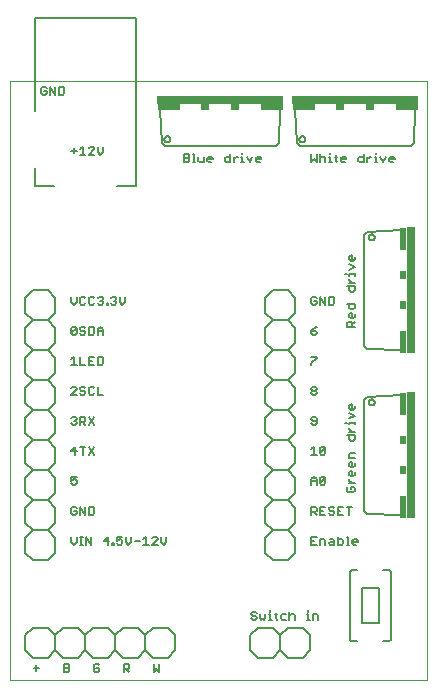
<source format=gto>
G75*
%MOIN*%
%OFA0B0*%
%FSLAX25Y25*%
%IPPOS*%
%LPD*%
%AMOC8*
5,1,8,0,0,1.08239X$1,22.5*
%
%ADD10C,0.00000*%
%ADD11C,0.00500*%
%ADD12C,0.00800*%
%ADD13C,0.00600*%
%ADD14R,0.42000X0.03000*%
%ADD15R,0.07500X0.02000*%
%ADD16R,0.03000X0.02000*%
%ADD17R,0.03000X0.42000*%
%ADD18R,0.02000X0.07500*%
%ADD19R,0.02000X0.03000*%
D10*
X0001000Y0001000D02*
X0001000Y0200961D01*
X0139701Y0200961D01*
X0139701Y0001000D01*
X0001000Y0001000D01*
D11*
X0008750Y0005101D02*
X0010552Y0005101D01*
X0009651Y0006002D02*
X0009651Y0004200D01*
X0018750Y0003750D02*
X0020101Y0003750D01*
X0020552Y0004200D01*
X0020552Y0004651D01*
X0020101Y0005101D01*
X0018750Y0005101D01*
X0018750Y0003750D02*
X0018750Y0006452D01*
X0020101Y0006452D01*
X0020552Y0006002D01*
X0020552Y0005552D01*
X0020101Y0005101D01*
X0028750Y0004200D02*
X0029200Y0003750D01*
X0030101Y0003750D01*
X0030552Y0004200D01*
X0030552Y0005101D01*
X0029651Y0005101D01*
X0030552Y0006002D02*
X0030101Y0006452D01*
X0029200Y0006452D01*
X0028750Y0006002D01*
X0028750Y0004200D01*
X0038750Y0003750D02*
X0038750Y0006452D01*
X0040101Y0006452D01*
X0040552Y0006002D01*
X0040552Y0005101D01*
X0040101Y0004651D01*
X0038750Y0004651D01*
X0039651Y0004651D02*
X0040552Y0003750D01*
X0048750Y0003750D02*
X0049651Y0004651D01*
X0050552Y0003750D01*
X0050552Y0006452D01*
X0048750Y0006452D02*
X0048750Y0003750D01*
X0048260Y0046250D02*
X0050061Y0048052D01*
X0050061Y0048502D01*
X0049611Y0048952D01*
X0048710Y0048952D01*
X0048260Y0048502D01*
X0048260Y0046250D02*
X0050061Y0046250D01*
X0051206Y0047151D02*
X0052107Y0046250D01*
X0053008Y0047151D01*
X0053008Y0048952D01*
X0051206Y0048952D02*
X0051206Y0047151D01*
X0047115Y0046250D02*
X0045313Y0046250D01*
X0046214Y0046250D02*
X0046214Y0048952D01*
X0045313Y0048052D01*
X0044168Y0047601D02*
X0042367Y0047601D01*
X0041222Y0047151D02*
X0041222Y0048952D01*
X0041222Y0047151D02*
X0040321Y0046250D01*
X0039420Y0047151D01*
X0039420Y0048952D01*
X0038275Y0048952D02*
X0036474Y0048952D01*
X0036474Y0047601D01*
X0037374Y0048052D01*
X0037825Y0048052D01*
X0038275Y0047601D01*
X0038275Y0046700D01*
X0037825Y0046250D01*
X0036924Y0046250D01*
X0036474Y0046700D01*
X0035451Y0046700D02*
X0035451Y0046250D01*
X0035000Y0046250D01*
X0035000Y0046700D01*
X0035451Y0046700D01*
X0033855Y0047601D02*
X0032054Y0047601D01*
X0033405Y0048952D01*
X0033405Y0046250D01*
X0027962Y0046250D02*
X0027962Y0048952D01*
X0026161Y0048952D02*
X0026161Y0046250D01*
X0025097Y0046250D02*
X0024197Y0046250D01*
X0024647Y0046250D02*
X0024647Y0048952D01*
X0024197Y0048952D02*
X0025097Y0048952D01*
X0026161Y0048952D02*
X0027962Y0046250D01*
X0023052Y0047151D02*
X0023052Y0048952D01*
X0023052Y0047151D02*
X0022151Y0046250D01*
X0021250Y0047151D01*
X0021250Y0048952D01*
X0021700Y0056250D02*
X0022601Y0056250D01*
X0023052Y0056700D01*
X0023052Y0057601D01*
X0022151Y0057601D01*
X0023052Y0058502D02*
X0022601Y0058952D01*
X0021700Y0058952D01*
X0021250Y0058502D01*
X0021250Y0056700D01*
X0021700Y0056250D01*
X0024197Y0056250D02*
X0024197Y0058952D01*
X0025998Y0056250D01*
X0025998Y0058952D01*
X0027143Y0058952D02*
X0027143Y0056250D01*
X0028494Y0056250D01*
X0028945Y0056700D01*
X0028945Y0058502D01*
X0028494Y0058952D01*
X0027143Y0058952D01*
X0022601Y0066250D02*
X0021700Y0066250D01*
X0021250Y0066700D01*
X0021250Y0067601D02*
X0022151Y0068052D01*
X0022601Y0068052D01*
X0023052Y0067601D01*
X0023052Y0066700D01*
X0022601Y0066250D01*
X0021250Y0067601D02*
X0021250Y0068952D01*
X0023052Y0068952D01*
X0022601Y0076250D02*
X0022601Y0078952D01*
X0021250Y0077601D01*
X0023052Y0077601D01*
X0024197Y0078952D02*
X0025998Y0078952D01*
X0025097Y0078952D02*
X0025097Y0076250D01*
X0027143Y0076250D02*
X0028945Y0078952D01*
X0027143Y0078952D02*
X0028945Y0076250D01*
X0028945Y0086250D02*
X0027143Y0088952D01*
X0025998Y0088502D02*
X0025998Y0087601D01*
X0025548Y0087151D01*
X0024197Y0087151D01*
X0025097Y0087151D02*
X0025998Y0086250D01*
X0027143Y0086250D02*
X0028945Y0088952D01*
X0025998Y0088502D02*
X0025548Y0088952D01*
X0024197Y0088952D01*
X0024197Y0086250D01*
X0023052Y0086700D02*
X0023052Y0087151D01*
X0022601Y0087601D01*
X0022151Y0087601D01*
X0022601Y0087601D02*
X0023052Y0088052D01*
X0023052Y0088502D01*
X0022601Y0088952D01*
X0021700Y0088952D01*
X0021250Y0088502D01*
X0021250Y0086700D02*
X0021700Y0086250D01*
X0022601Y0086250D01*
X0023052Y0086700D01*
X0023052Y0096250D02*
X0021250Y0096250D01*
X0023052Y0098052D01*
X0023052Y0098502D01*
X0022601Y0098952D01*
X0021700Y0098952D01*
X0021250Y0098502D01*
X0024197Y0098502D02*
X0024197Y0098052D01*
X0024647Y0097601D01*
X0025548Y0097601D01*
X0025998Y0097151D01*
X0025998Y0096700D01*
X0025548Y0096250D01*
X0024647Y0096250D01*
X0024197Y0096700D01*
X0024197Y0098502D02*
X0024647Y0098952D01*
X0025548Y0098952D01*
X0025998Y0098502D01*
X0027143Y0098502D02*
X0027143Y0096700D01*
X0027593Y0096250D01*
X0028494Y0096250D01*
X0028945Y0096700D01*
X0030090Y0096250D02*
X0030090Y0098952D01*
X0028945Y0098502D02*
X0028494Y0098952D01*
X0027593Y0098952D01*
X0027143Y0098502D01*
X0030090Y0096250D02*
X0031891Y0096250D01*
X0031441Y0106250D02*
X0030090Y0106250D01*
X0030090Y0108952D01*
X0031441Y0108952D01*
X0031891Y0108502D01*
X0031891Y0106700D01*
X0031441Y0106250D01*
X0028945Y0106250D02*
X0027143Y0106250D01*
X0027143Y0108952D01*
X0028945Y0108952D01*
X0028044Y0107601D02*
X0027143Y0107601D01*
X0025998Y0106250D02*
X0024197Y0106250D01*
X0024197Y0108952D01*
X0023052Y0106250D02*
X0021250Y0106250D01*
X0022151Y0106250D02*
X0022151Y0108952D01*
X0021250Y0108052D01*
X0021700Y0116250D02*
X0021250Y0116700D01*
X0023052Y0118502D01*
X0023052Y0116700D01*
X0022601Y0116250D01*
X0021700Y0116250D01*
X0021250Y0116700D02*
X0021250Y0118502D01*
X0021700Y0118952D01*
X0022601Y0118952D01*
X0023052Y0118502D01*
X0024197Y0118502D02*
X0024197Y0118052D01*
X0024647Y0117601D01*
X0025548Y0117601D01*
X0025998Y0117151D01*
X0025998Y0116700D01*
X0025548Y0116250D01*
X0024647Y0116250D01*
X0024197Y0116700D01*
X0024197Y0118502D02*
X0024647Y0118952D01*
X0025548Y0118952D01*
X0025998Y0118502D01*
X0027143Y0118952D02*
X0027143Y0116250D01*
X0028494Y0116250D01*
X0028945Y0116700D01*
X0028945Y0118502D01*
X0028494Y0118952D01*
X0027143Y0118952D01*
X0030090Y0118052D02*
X0030990Y0118952D01*
X0031891Y0118052D01*
X0031891Y0116250D01*
X0031891Y0117601D02*
X0030090Y0117601D01*
X0030090Y0118052D02*
X0030090Y0116250D01*
X0030540Y0126250D02*
X0030090Y0126700D01*
X0030540Y0126250D02*
X0031441Y0126250D01*
X0031891Y0126700D01*
X0031891Y0127151D01*
X0031441Y0127601D01*
X0030990Y0127601D01*
X0031441Y0127601D02*
X0031891Y0128052D01*
X0031891Y0128502D01*
X0031441Y0128952D01*
X0030540Y0128952D01*
X0030090Y0128502D01*
X0028945Y0128502D02*
X0028494Y0128952D01*
X0027593Y0128952D01*
X0027143Y0128502D01*
X0027143Y0126700D01*
X0027593Y0126250D01*
X0028494Y0126250D01*
X0028945Y0126700D01*
X0025998Y0126700D02*
X0025548Y0126250D01*
X0024647Y0126250D01*
X0024197Y0126700D01*
X0024197Y0128502D01*
X0024647Y0128952D01*
X0025548Y0128952D01*
X0025998Y0128502D01*
X0023052Y0128952D02*
X0023052Y0127151D01*
X0022151Y0126250D01*
X0021250Y0127151D01*
X0021250Y0128952D01*
X0033036Y0126700D02*
X0033486Y0126700D01*
X0033486Y0126250D01*
X0033036Y0126250D01*
X0033036Y0126700D01*
X0034509Y0126700D02*
X0034960Y0126250D01*
X0035860Y0126250D01*
X0036311Y0126700D01*
X0036311Y0127151D01*
X0035860Y0127601D01*
X0035410Y0127601D01*
X0035860Y0127601D02*
X0036311Y0128052D01*
X0036311Y0128502D01*
X0035860Y0128952D01*
X0034960Y0128952D01*
X0034509Y0128502D01*
X0037456Y0128952D02*
X0037456Y0127151D01*
X0038357Y0126250D01*
X0039257Y0127151D01*
X0039257Y0128952D01*
X0058750Y0173750D02*
X0060101Y0173750D01*
X0060552Y0174200D01*
X0060552Y0174651D01*
X0060101Y0175101D01*
X0058750Y0175101D01*
X0058750Y0173750D02*
X0058750Y0176452D01*
X0060101Y0176452D01*
X0060552Y0176002D01*
X0060552Y0175552D01*
X0060101Y0175101D01*
X0061697Y0173750D02*
X0062597Y0173750D01*
X0062147Y0173750D02*
X0062147Y0176452D01*
X0061697Y0176452D01*
X0063661Y0175552D02*
X0063661Y0174200D01*
X0064111Y0173750D01*
X0065462Y0173750D01*
X0065462Y0175552D01*
X0066607Y0175101D02*
X0066607Y0174200D01*
X0067058Y0173750D01*
X0067959Y0173750D01*
X0068409Y0174651D02*
X0066607Y0174651D01*
X0066607Y0175101D02*
X0067058Y0175552D01*
X0067959Y0175552D01*
X0068409Y0175101D01*
X0068409Y0174651D01*
X0072500Y0174200D02*
X0072500Y0175101D01*
X0072951Y0175552D01*
X0074302Y0175552D01*
X0074302Y0176452D02*
X0074302Y0173750D01*
X0072951Y0173750D01*
X0072500Y0174200D01*
X0075447Y0173750D02*
X0075447Y0175552D01*
X0075447Y0174651D02*
X0076348Y0175552D01*
X0076798Y0175552D01*
X0077902Y0175552D02*
X0078353Y0175552D01*
X0078353Y0173750D01*
X0078803Y0173750D02*
X0077902Y0173750D01*
X0079867Y0175552D02*
X0080767Y0173750D01*
X0081668Y0175552D01*
X0082813Y0175101D02*
X0082813Y0174200D01*
X0083264Y0173750D01*
X0084164Y0173750D01*
X0084615Y0174651D02*
X0082813Y0174651D01*
X0082813Y0175101D02*
X0083264Y0175552D01*
X0084164Y0175552D01*
X0084615Y0175101D01*
X0084615Y0174651D01*
X0078353Y0176452D02*
X0078353Y0176903D01*
X0101250Y0176452D02*
X0101250Y0173750D01*
X0102151Y0174651D01*
X0103052Y0173750D01*
X0103052Y0176452D01*
X0104197Y0176452D02*
X0104197Y0173750D01*
X0104197Y0175101D02*
X0104647Y0175552D01*
X0105548Y0175552D01*
X0105998Y0175101D01*
X0105998Y0173750D01*
X0107143Y0173750D02*
X0108044Y0173750D01*
X0107593Y0173750D02*
X0107593Y0175552D01*
X0107143Y0175552D01*
X0107593Y0176452D02*
X0107593Y0176903D01*
X0109107Y0175552D02*
X0110008Y0175552D01*
X0109558Y0176002D02*
X0109558Y0174200D01*
X0110008Y0173750D01*
X0111072Y0174200D02*
X0111072Y0175101D01*
X0111522Y0175552D01*
X0112423Y0175552D01*
X0112873Y0175101D01*
X0112873Y0174651D01*
X0111072Y0174651D01*
X0111072Y0174200D02*
X0111522Y0173750D01*
X0112423Y0173750D01*
X0116965Y0174200D02*
X0116965Y0175101D01*
X0117415Y0175552D01*
X0118766Y0175552D01*
X0118766Y0176452D02*
X0118766Y0173750D01*
X0117415Y0173750D01*
X0116965Y0174200D01*
X0119911Y0173750D02*
X0119911Y0175552D01*
X0120812Y0175552D02*
X0121262Y0175552D01*
X0120812Y0175552D02*
X0119911Y0174651D01*
X0122367Y0175552D02*
X0122817Y0175552D01*
X0122817Y0173750D01*
X0122367Y0173750D02*
X0123267Y0173750D01*
X0125232Y0173750D02*
X0124331Y0175552D01*
X0122817Y0176452D02*
X0122817Y0176903D01*
X0126133Y0175552D02*
X0125232Y0173750D01*
X0127278Y0174200D02*
X0127278Y0175101D01*
X0127728Y0175552D01*
X0128629Y0175552D01*
X0129079Y0175101D01*
X0129079Y0174651D01*
X0127278Y0174651D01*
X0127278Y0174200D02*
X0127728Y0173750D01*
X0128629Y0173750D01*
X0114849Y0142650D02*
X0114849Y0140849D01*
X0114399Y0140849D02*
X0113948Y0141299D01*
X0113948Y0142200D01*
X0114399Y0142650D01*
X0114849Y0142650D01*
X0115750Y0142200D02*
X0115750Y0141299D01*
X0115300Y0140849D01*
X0114399Y0140849D01*
X0113948Y0139704D02*
X0115750Y0138803D01*
X0113948Y0137902D01*
X0113948Y0136388D02*
X0115750Y0136388D01*
X0115750Y0135938D02*
X0115750Y0136839D01*
X0113948Y0136388D02*
X0113948Y0135938D01*
X0113048Y0136388D02*
X0112597Y0136388D01*
X0113948Y0134834D02*
X0113948Y0134383D01*
X0114849Y0133483D01*
X0115750Y0133483D02*
X0113948Y0133483D01*
X0113948Y0132338D02*
X0113948Y0130986D01*
X0114399Y0130536D01*
X0115300Y0130536D01*
X0115750Y0130986D01*
X0115750Y0132338D01*
X0113048Y0132338D01*
X0108945Y0128502D02*
X0108945Y0126700D01*
X0108494Y0126250D01*
X0107143Y0126250D01*
X0107143Y0128952D01*
X0108494Y0128952D01*
X0108945Y0128502D01*
X0105998Y0128952D02*
X0105998Y0126250D01*
X0104197Y0128952D01*
X0104197Y0126250D01*
X0103052Y0126700D02*
X0103052Y0127601D01*
X0102151Y0127601D01*
X0103052Y0126700D02*
X0102601Y0126250D01*
X0101700Y0126250D01*
X0101250Y0126700D01*
X0101250Y0128502D01*
X0101700Y0128952D01*
X0102601Y0128952D01*
X0103052Y0128502D01*
X0103052Y0118952D02*
X0102151Y0118502D01*
X0101250Y0117601D01*
X0102601Y0117601D01*
X0103052Y0117151D01*
X0103052Y0116700D01*
X0102601Y0116250D01*
X0101700Y0116250D01*
X0101250Y0116700D01*
X0101250Y0117601D01*
X0101250Y0108952D02*
X0103052Y0108952D01*
X0103052Y0108502D01*
X0101250Y0106700D01*
X0101250Y0106250D01*
X0101700Y0098952D02*
X0101250Y0098502D01*
X0101250Y0098052D01*
X0101700Y0097601D01*
X0102601Y0097601D01*
X0103052Y0097151D01*
X0103052Y0096700D01*
X0102601Y0096250D01*
X0101700Y0096250D01*
X0101250Y0096700D01*
X0101250Y0097151D01*
X0101700Y0097601D01*
X0102601Y0097601D02*
X0103052Y0098052D01*
X0103052Y0098502D01*
X0102601Y0098952D01*
X0101700Y0098952D01*
X0101700Y0088952D02*
X0101250Y0088502D01*
X0101250Y0088052D01*
X0101700Y0087601D01*
X0103052Y0087601D01*
X0103052Y0086700D02*
X0103052Y0088502D01*
X0102601Y0088952D01*
X0101700Y0088952D01*
X0101250Y0086700D02*
X0101700Y0086250D01*
X0102601Y0086250D01*
X0103052Y0086700D01*
X0102151Y0078952D02*
X0102151Y0076250D01*
X0101250Y0076250D02*
X0103052Y0076250D01*
X0104197Y0076700D02*
X0105998Y0078502D01*
X0105998Y0076700D01*
X0105548Y0076250D01*
X0104647Y0076250D01*
X0104197Y0076700D01*
X0104197Y0078502D01*
X0104647Y0078952D01*
X0105548Y0078952D01*
X0105998Y0078502D01*
X0102151Y0078952D02*
X0101250Y0078052D01*
X0102151Y0068952D02*
X0101250Y0068052D01*
X0101250Y0066250D01*
X0101250Y0067601D02*
X0103052Y0067601D01*
X0103052Y0068052D02*
X0103052Y0066250D01*
X0104197Y0066700D02*
X0105998Y0068502D01*
X0105998Y0066700D01*
X0105548Y0066250D01*
X0104647Y0066250D01*
X0104197Y0066700D01*
X0104197Y0068502D01*
X0104647Y0068952D01*
X0105548Y0068952D01*
X0105998Y0068502D01*
X0103052Y0068052D02*
X0102151Y0068952D01*
X0102601Y0058952D02*
X0101250Y0058952D01*
X0101250Y0056250D01*
X0101250Y0057151D02*
X0102601Y0057151D01*
X0103052Y0057601D01*
X0103052Y0058502D01*
X0102601Y0058952D01*
X0104197Y0058952D02*
X0104197Y0056250D01*
X0105998Y0056250D01*
X0107143Y0056700D02*
X0107593Y0056250D01*
X0108494Y0056250D01*
X0108945Y0056700D01*
X0108945Y0057151D01*
X0108494Y0057601D01*
X0107593Y0057601D01*
X0107143Y0058052D01*
X0107143Y0058502D01*
X0107593Y0058952D01*
X0108494Y0058952D01*
X0108945Y0058502D01*
X0110090Y0058952D02*
X0110090Y0056250D01*
X0111891Y0056250D01*
X0110990Y0057601D02*
X0110090Y0057601D01*
X0110090Y0058952D02*
X0111891Y0058952D01*
X0113036Y0058952D02*
X0114838Y0058952D01*
X0113937Y0058952D02*
X0113937Y0056250D01*
X0113498Y0063750D02*
X0115300Y0063750D01*
X0115750Y0064200D01*
X0115750Y0065101D01*
X0115300Y0065552D01*
X0114399Y0065552D01*
X0114399Y0064651D01*
X0113498Y0065552D02*
X0113048Y0065101D01*
X0113048Y0064200D01*
X0113498Y0063750D01*
X0113948Y0066697D02*
X0115750Y0066697D01*
X0114849Y0066697D02*
X0113948Y0067597D01*
X0113948Y0068048D01*
X0114399Y0069152D02*
X0113948Y0069602D01*
X0113948Y0070503D01*
X0114399Y0070953D01*
X0114849Y0070953D01*
X0114849Y0069152D01*
X0114399Y0069152D02*
X0115300Y0069152D01*
X0115750Y0069602D01*
X0115750Y0070503D01*
X0115300Y0072098D02*
X0114399Y0072098D01*
X0113948Y0072549D01*
X0113948Y0073450D01*
X0114399Y0073900D01*
X0114849Y0073900D01*
X0114849Y0072098D01*
X0115300Y0072098D02*
X0115750Y0072549D01*
X0115750Y0073450D01*
X0115750Y0075045D02*
X0113948Y0075045D01*
X0113948Y0076396D01*
X0114399Y0076847D01*
X0115750Y0076847D01*
X0115300Y0080938D02*
X0114399Y0080938D01*
X0113948Y0081388D01*
X0113948Y0082740D01*
X0113048Y0082740D02*
X0115750Y0082740D01*
X0115750Y0081388D01*
X0115300Y0080938D01*
X0115750Y0083885D02*
X0113948Y0083885D01*
X0113948Y0084785D02*
X0113948Y0085236D01*
X0113948Y0084785D02*
X0114849Y0083885D01*
X0113948Y0086340D02*
X0113948Y0086790D01*
X0115750Y0086790D01*
X0115750Y0086340D02*
X0115750Y0087241D01*
X0115750Y0089205D02*
X0113948Y0090106D01*
X0114399Y0091251D02*
X0113948Y0091701D01*
X0113948Y0092602D01*
X0114399Y0093052D01*
X0114849Y0093052D01*
X0114849Y0091251D01*
X0114399Y0091251D02*
X0115300Y0091251D01*
X0115750Y0091701D01*
X0115750Y0092602D01*
X0115750Y0089205D02*
X0113948Y0088304D01*
X0113048Y0086790D02*
X0112597Y0086790D01*
X0105998Y0058952D02*
X0104197Y0058952D01*
X0104197Y0057601D02*
X0105097Y0057601D01*
X0103052Y0056250D02*
X0102151Y0057151D01*
X0103052Y0048952D02*
X0101250Y0048952D01*
X0101250Y0046250D01*
X0103052Y0046250D01*
X0104197Y0046250D02*
X0104197Y0048052D01*
X0105548Y0048052D01*
X0105998Y0047601D01*
X0105998Y0046250D01*
X0107143Y0046700D02*
X0107593Y0047151D01*
X0108945Y0047151D01*
X0108945Y0047601D02*
X0108945Y0046250D01*
X0107593Y0046250D01*
X0107143Y0046700D01*
X0107593Y0048052D02*
X0108494Y0048052D01*
X0108945Y0047601D01*
X0110090Y0048052D02*
X0111441Y0048052D01*
X0111891Y0047601D01*
X0111891Y0046700D01*
X0111441Y0046250D01*
X0110090Y0046250D01*
X0110090Y0048952D01*
X0113036Y0048952D02*
X0113486Y0048952D01*
X0113486Y0046250D01*
X0113036Y0046250D02*
X0113937Y0046250D01*
X0115000Y0046700D02*
X0115000Y0047601D01*
X0115451Y0048052D01*
X0116352Y0048052D01*
X0116802Y0047601D01*
X0116802Y0047151D01*
X0115000Y0047151D01*
X0115000Y0046700D02*
X0115451Y0046250D01*
X0116352Y0046250D01*
X0102151Y0047601D02*
X0101250Y0047601D01*
X0100362Y0024403D02*
X0100362Y0023952D01*
X0100362Y0023052D02*
X0100362Y0021250D01*
X0100812Y0021250D02*
X0099911Y0021250D01*
X0099911Y0023052D02*
X0100362Y0023052D01*
X0101876Y0023052D02*
X0101876Y0021250D01*
X0103677Y0021250D02*
X0103677Y0022601D01*
X0103227Y0023052D01*
X0101876Y0023052D01*
X0095820Y0022601D02*
X0095820Y0021250D01*
X0095820Y0022601D02*
X0095369Y0023052D01*
X0094469Y0023052D01*
X0094018Y0022601D01*
X0092873Y0023052D02*
X0091522Y0023052D01*
X0091072Y0022601D01*
X0091072Y0021700D01*
X0091522Y0021250D01*
X0092873Y0021250D01*
X0094018Y0021250D02*
X0094018Y0023952D01*
X0090008Y0023052D02*
X0089107Y0023052D01*
X0089558Y0023502D02*
X0089558Y0021700D01*
X0090008Y0021250D01*
X0088044Y0021250D02*
X0087143Y0021250D01*
X0087593Y0021250D02*
X0087593Y0023052D01*
X0087143Y0023052D01*
X0087593Y0023952D02*
X0087593Y0024403D01*
X0085998Y0023052D02*
X0085998Y0021700D01*
X0085548Y0021250D01*
X0085097Y0021700D01*
X0084647Y0021250D01*
X0084197Y0021700D01*
X0084197Y0023052D01*
X0083052Y0023502D02*
X0082601Y0023952D01*
X0081700Y0023952D01*
X0081250Y0023502D01*
X0081250Y0023052D01*
X0081700Y0022601D01*
X0082601Y0022601D01*
X0083052Y0022151D01*
X0083052Y0021700D01*
X0082601Y0021250D01*
X0081700Y0021250D01*
X0081250Y0021700D01*
X0113048Y0118750D02*
X0113048Y0120101D01*
X0113498Y0120552D01*
X0114399Y0120552D01*
X0114849Y0120101D01*
X0114849Y0118750D01*
X0114849Y0119651D02*
X0115750Y0120552D01*
X0115300Y0121697D02*
X0114399Y0121697D01*
X0113948Y0122147D01*
X0113948Y0123048D01*
X0114399Y0123498D01*
X0114849Y0123498D01*
X0114849Y0121697D01*
X0115300Y0121697D02*
X0115750Y0122147D01*
X0115750Y0123048D01*
X0115300Y0124643D02*
X0115750Y0125093D01*
X0115750Y0126445D01*
X0113048Y0126445D01*
X0113948Y0126445D02*
X0113948Y0125093D01*
X0114399Y0124643D01*
X0115300Y0124643D01*
X0115750Y0118750D02*
X0113048Y0118750D01*
X0031891Y0177151D02*
X0031891Y0178952D01*
X0031891Y0177151D02*
X0030990Y0176250D01*
X0030090Y0177151D01*
X0030090Y0178952D01*
X0028945Y0178502D02*
X0028494Y0178952D01*
X0027593Y0178952D01*
X0027143Y0178502D01*
X0028945Y0178502D02*
X0028945Y0178052D01*
X0027143Y0176250D01*
X0028945Y0176250D01*
X0025998Y0176250D02*
X0024197Y0176250D01*
X0025097Y0176250D02*
X0025097Y0178952D01*
X0024197Y0178052D01*
X0023052Y0177601D02*
X0021250Y0177601D01*
X0022151Y0178502D02*
X0022151Y0176700D01*
X0018494Y0196250D02*
X0017143Y0196250D01*
X0017143Y0198952D01*
X0018494Y0198952D01*
X0018945Y0198502D01*
X0018945Y0196700D01*
X0018494Y0196250D01*
X0015998Y0196250D02*
X0015998Y0198952D01*
X0014197Y0198952D02*
X0015998Y0196250D01*
X0014197Y0196250D02*
X0014197Y0198952D01*
X0013052Y0198502D02*
X0012601Y0198952D01*
X0011700Y0198952D01*
X0011250Y0198502D01*
X0011250Y0196700D01*
X0011700Y0196250D01*
X0012601Y0196250D01*
X0013052Y0196700D01*
X0013052Y0197601D01*
X0012151Y0197601D01*
D12*
X0009071Y0190646D02*
X0009071Y0221945D01*
X0042929Y0221945D01*
X0042929Y0165646D01*
X0036630Y0165646D01*
X0015370Y0165646D02*
X0009071Y0165646D01*
X0009071Y0171945D01*
X0114110Y0036827D02*
X0114110Y0015173D01*
X0114112Y0015111D01*
X0114118Y0015050D01*
X0114127Y0014989D01*
X0114141Y0014928D01*
X0114158Y0014869D01*
X0114179Y0014811D01*
X0114204Y0014754D01*
X0114232Y0014699D01*
X0114263Y0014646D01*
X0114298Y0014595D01*
X0114336Y0014546D01*
X0114377Y0014499D01*
X0114420Y0014456D01*
X0114467Y0014415D01*
X0114516Y0014377D01*
X0114567Y0014342D01*
X0114620Y0014311D01*
X0114675Y0014283D01*
X0114732Y0014258D01*
X0114790Y0014237D01*
X0114849Y0014220D01*
X0114910Y0014206D01*
X0114971Y0014197D01*
X0115032Y0014191D01*
X0115094Y0014189D01*
X0116669Y0014189D01*
X0118047Y0020094D02*
X0123953Y0020094D01*
X0123953Y0031906D01*
X0118047Y0031906D01*
X0118047Y0020094D01*
X0125331Y0014189D02*
X0126906Y0014189D01*
X0126968Y0014191D01*
X0127029Y0014197D01*
X0127090Y0014206D01*
X0127151Y0014220D01*
X0127210Y0014237D01*
X0127268Y0014258D01*
X0127325Y0014283D01*
X0127380Y0014311D01*
X0127433Y0014342D01*
X0127484Y0014377D01*
X0127533Y0014415D01*
X0127580Y0014456D01*
X0127623Y0014499D01*
X0127664Y0014546D01*
X0127702Y0014595D01*
X0127737Y0014646D01*
X0127768Y0014699D01*
X0127796Y0014754D01*
X0127821Y0014811D01*
X0127842Y0014869D01*
X0127859Y0014928D01*
X0127873Y0014989D01*
X0127882Y0015050D01*
X0127888Y0015111D01*
X0127890Y0015173D01*
X0127890Y0036827D01*
X0127888Y0036889D01*
X0127882Y0036950D01*
X0127873Y0037011D01*
X0127859Y0037072D01*
X0127842Y0037131D01*
X0127821Y0037189D01*
X0127796Y0037246D01*
X0127768Y0037301D01*
X0127737Y0037354D01*
X0127702Y0037405D01*
X0127664Y0037454D01*
X0127623Y0037501D01*
X0127580Y0037544D01*
X0127533Y0037585D01*
X0127484Y0037623D01*
X0127433Y0037658D01*
X0127380Y0037689D01*
X0127325Y0037717D01*
X0127268Y0037742D01*
X0127210Y0037763D01*
X0127151Y0037780D01*
X0127090Y0037794D01*
X0127029Y0037803D01*
X0126968Y0037809D01*
X0126906Y0037811D01*
X0125331Y0037811D01*
X0116669Y0037811D02*
X0115094Y0037811D01*
X0115032Y0037809D01*
X0114971Y0037803D01*
X0114910Y0037794D01*
X0114849Y0037780D01*
X0114790Y0037763D01*
X0114732Y0037742D01*
X0114675Y0037717D01*
X0114620Y0037689D01*
X0114567Y0037658D01*
X0114516Y0037623D01*
X0114467Y0037585D01*
X0114420Y0037544D01*
X0114377Y0037501D01*
X0114336Y0037454D01*
X0114298Y0037405D01*
X0114263Y0037354D01*
X0114232Y0037301D01*
X0114204Y0037246D01*
X0114179Y0037189D01*
X0114158Y0037131D01*
X0114141Y0037072D01*
X0114127Y0037011D01*
X0114118Y0036950D01*
X0114112Y0036889D01*
X0114110Y0036827D01*
D13*
X0120000Y0056500D02*
X0119000Y0057500D01*
X0119000Y0094500D01*
X0120000Y0095500D01*
X0131500Y0096000D01*
X0120400Y0093700D02*
X0120402Y0093763D01*
X0120408Y0093825D01*
X0120418Y0093887D01*
X0120431Y0093949D01*
X0120449Y0094009D01*
X0120470Y0094068D01*
X0120495Y0094126D01*
X0120524Y0094182D01*
X0120556Y0094236D01*
X0120591Y0094288D01*
X0120629Y0094337D01*
X0120671Y0094385D01*
X0120715Y0094429D01*
X0120763Y0094471D01*
X0120812Y0094509D01*
X0120864Y0094544D01*
X0120918Y0094576D01*
X0120974Y0094605D01*
X0121032Y0094630D01*
X0121091Y0094651D01*
X0121151Y0094669D01*
X0121213Y0094682D01*
X0121275Y0094692D01*
X0121337Y0094698D01*
X0121400Y0094700D01*
X0121463Y0094698D01*
X0121525Y0094692D01*
X0121587Y0094682D01*
X0121649Y0094669D01*
X0121709Y0094651D01*
X0121768Y0094630D01*
X0121826Y0094605D01*
X0121882Y0094576D01*
X0121936Y0094544D01*
X0121988Y0094509D01*
X0122037Y0094471D01*
X0122085Y0094429D01*
X0122129Y0094385D01*
X0122171Y0094337D01*
X0122209Y0094288D01*
X0122244Y0094236D01*
X0122276Y0094182D01*
X0122305Y0094126D01*
X0122330Y0094068D01*
X0122351Y0094009D01*
X0122369Y0093949D01*
X0122382Y0093887D01*
X0122392Y0093825D01*
X0122398Y0093763D01*
X0122400Y0093700D01*
X0122398Y0093637D01*
X0122392Y0093575D01*
X0122382Y0093513D01*
X0122369Y0093451D01*
X0122351Y0093391D01*
X0122330Y0093332D01*
X0122305Y0093274D01*
X0122276Y0093218D01*
X0122244Y0093164D01*
X0122209Y0093112D01*
X0122171Y0093063D01*
X0122129Y0093015D01*
X0122085Y0092971D01*
X0122037Y0092929D01*
X0121988Y0092891D01*
X0121936Y0092856D01*
X0121882Y0092824D01*
X0121826Y0092795D01*
X0121768Y0092770D01*
X0121709Y0092749D01*
X0121649Y0092731D01*
X0121587Y0092718D01*
X0121525Y0092708D01*
X0121463Y0092702D01*
X0121400Y0092700D01*
X0121337Y0092702D01*
X0121275Y0092708D01*
X0121213Y0092718D01*
X0121151Y0092731D01*
X0121091Y0092749D01*
X0121032Y0092770D01*
X0120974Y0092795D01*
X0120918Y0092824D01*
X0120864Y0092856D01*
X0120812Y0092891D01*
X0120763Y0092929D01*
X0120715Y0092971D01*
X0120671Y0093015D01*
X0120629Y0093063D01*
X0120591Y0093112D01*
X0120556Y0093164D01*
X0120524Y0093218D01*
X0120495Y0093274D01*
X0120470Y0093332D01*
X0120449Y0093391D01*
X0120431Y0093451D01*
X0120418Y0093513D01*
X0120408Y0093575D01*
X0120402Y0093637D01*
X0120400Y0093700D01*
X0120000Y0111500D02*
X0119000Y0112500D01*
X0119000Y0149500D01*
X0120000Y0150500D01*
X0131500Y0151000D01*
X0120400Y0148700D02*
X0120402Y0148763D01*
X0120408Y0148825D01*
X0120418Y0148887D01*
X0120431Y0148949D01*
X0120449Y0149009D01*
X0120470Y0149068D01*
X0120495Y0149126D01*
X0120524Y0149182D01*
X0120556Y0149236D01*
X0120591Y0149288D01*
X0120629Y0149337D01*
X0120671Y0149385D01*
X0120715Y0149429D01*
X0120763Y0149471D01*
X0120812Y0149509D01*
X0120864Y0149544D01*
X0120918Y0149576D01*
X0120974Y0149605D01*
X0121032Y0149630D01*
X0121091Y0149651D01*
X0121151Y0149669D01*
X0121213Y0149682D01*
X0121275Y0149692D01*
X0121337Y0149698D01*
X0121400Y0149700D01*
X0121463Y0149698D01*
X0121525Y0149692D01*
X0121587Y0149682D01*
X0121649Y0149669D01*
X0121709Y0149651D01*
X0121768Y0149630D01*
X0121826Y0149605D01*
X0121882Y0149576D01*
X0121936Y0149544D01*
X0121988Y0149509D01*
X0122037Y0149471D01*
X0122085Y0149429D01*
X0122129Y0149385D01*
X0122171Y0149337D01*
X0122209Y0149288D01*
X0122244Y0149236D01*
X0122276Y0149182D01*
X0122305Y0149126D01*
X0122330Y0149068D01*
X0122351Y0149009D01*
X0122369Y0148949D01*
X0122382Y0148887D01*
X0122392Y0148825D01*
X0122398Y0148763D01*
X0122400Y0148700D01*
X0122398Y0148637D01*
X0122392Y0148575D01*
X0122382Y0148513D01*
X0122369Y0148451D01*
X0122351Y0148391D01*
X0122330Y0148332D01*
X0122305Y0148274D01*
X0122276Y0148218D01*
X0122244Y0148164D01*
X0122209Y0148112D01*
X0122171Y0148063D01*
X0122129Y0148015D01*
X0122085Y0147971D01*
X0122037Y0147929D01*
X0121988Y0147891D01*
X0121936Y0147856D01*
X0121882Y0147824D01*
X0121826Y0147795D01*
X0121768Y0147770D01*
X0121709Y0147749D01*
X0121649Y0147731D01*
X0121587Y0147718D01*
X0121525Y0147708D01*
X0121463Y0147702D01*
X0121400Y0147700D01*
X0121337Y0147702D01*
X0121275Y0147708D01*
X0121213Y0147718D01*
X0121151Y0147731D01*
X0121091Y0147749D01*
X0121032Y0147770D01*
X0120974Y0147795D01*
X0120918Y0147824D01*
X0120864Y0147856D01*
X0120812Y0147891D01*
X0120763Y0147929D01*
X0120715Y0147971D01*
X0120671Y0148015D01*
X0120629Y0148063D01*
X0120591Y0148112D01*
X0120556Y0148164D01*
X0120524Y0148218D01*
X0120495Y0148274D01*
X0120470Y0148332D01*
X0120449Y0148391D01*
X0120431Y0148451D01*
X0120418Y0148513D01*
X0120408Y0148575D01*
X0120402Y0148637D01*
X0120400Y0148700D01*
X0134500Y0179000D02*
X0097500Y0179000D01*
X0096500Y0180000D01*
X0096000Y0191500D01*
X0091000Y0191500D02*
X0090500Y0180000D01*
X0089500Y0179000D01*
X0052500Y0179000D01*
X0051500Y0180000D01*
X0051000Y0191500D01*
X0052300Y0181400D02*
X0052302Y0181463D01*
X0052308Y0181525D01*
X0052318Y0181587D01*
X0052331Y0181649D01*
X0052349Y0181709D01*
X0052370Y0181768D01*
X0052395Y0181826D01*
X0052424Y0181882D01*
X0052456Y0181936D01*
X0052491Y0181988D01*
X0052529Y0182037D01*
X0052571Y0182085D01*
X0052615Y0182129D01*
X0052663Y0182171D01*
X0052712Y0182209D01*
X0052764Y0182244D01*
X0052818Y0182276D01*
X0052874Y0182305D01*
X0052932Y0182330D01*
X0052991Y0182351D01*
X0053051Y0182369D01*
X0053113Y0182382D01*
X0053175Y0182392D01*
X0053237Y0182398D01*
X0053300Y0182400D01*
X0053363Y0182398D01*
X0053425Y0182392D01*
X0053487Y0182382D01*
X0053549Y0182369D01*
X0053609Y0182351D01*
X0053668Y0182330D01*
X0053726Y0182305D01*
X0053782Y0182276D01*
X0053836Y0182244D01*
X0053888Y0182209D01*
X0053937Y0182171D01*
X0053985Y0182129D01*
X0054029Y0182085D01*
X0054071Y0182037D01*
X0054109Y0181988D01*
X0054144Y0181936D01*
X0054176Y0181882D01*
X0054205Y0181826D01*
X0054230Y0181768D01*
X0054251Y0181709D01*
X0054269Y0181649D01*
X0054282Y0181587D01*
X0054292Y0181525D01*
X0054298Y0181463D01*
X0054300Y0181400D01*
X0054298Y0181337D01*
X0054292Y0181275D01*
X0054282Y0181213D01*
X0054269Y0181151D01*
X0054251Y0181091D01*
X0054230Y0181032D01*
X0054205Y0180974D01*
X0054176Y0180918D01*
X0054144Y0180864D01*
X0054109Y0180812D01*
X0054071Y0180763D01*
X0054029Y0180715D01*
X0053985Y0180671D01*
X0053937Y0180629D01*
X0053888Y0180591D01*
X0053836Y0180556D01*
X0053782Y0180524D01*
X0053726Y0180495D01*
X0053668Y0180470D01*
X0053609Y0180449D01*
X0053549Y0180431D01*
X0053487Y0180418D01*
X0053425Y0180408D01*
X0053363Y0180402D01*
X0053300Y0180400D01*
X0053237Y0180402D01*
X0053175Y0180408D01*
X0053113Y0180418D01*
X0053051Y0180431D01*
X0052991Y0180449D01*
X0052932Y0180470D01*
X0052874Y0180495D01*
X0052818Y0180524D01*
X0052764Y0180556D01*
X0052712Y0180591D01*
X0052663Y0180629D01*
X0052615Y0180671D01*
X0052571Y0180715D01*
X0052529Y0180763D01*
X0052491Y0180812D01*
X0052456Y0180864D01*
X0052424Y0180918D01*
X0052395Y0180974D01*
X0052370Y0181032D01*
X0052349Y0181091D01*
X0052331Y0181151D01*
X0052318Y0181213D01*
X0052308Y0181275D01*
X0052302Y0181337D01*
X0052300Y0181400D01*
X0088500Y0131000D02*
X0086000Y0128500D01*
X0086000Y0123500D01*
X0088500Y0121000D01*
X0093500Y0121000D01*
X0096000Y0123500D01*
X0096000Y0128500D01*
X0093500Y0131000D01*
X0088500Y0131000D01*
X0088500Y0121000D02*
X0086000Y0118500D01*
X0086000Y0113500D01*
X0088500Y0111000D01*
X0093500Y0111000D01*
X0096000Y0113500D01*
X0096000Y0118500D01*
X0093500Y0121000D01*
X0093500Y0111000D02*
X0096000Y0108500D01*
X0096000Y0103500D01*
X0093500Y0101000D01*
X0096000Y0098500D01*
X0096000Y0093500D01*
X0093500Y0091000D01*
X0096000Y0088500D01*
X0096000Y0083500D01*
X0093500Y0081000D01*
X0096000Y0078500D01*
X0096000Y0073500D01*
X0093500Y0071000D01*
X0096000Y0068500D01*
X0096000Y0063500D01*
X0093500Y0061000D01*
X0096000Y0058500D01*
X0096000Y0053500D01*
X0093500Y0051000D01*
X0096000Y0048500D01*
X0096000Y0043500D01*
X0093500Y0041000D01*
X0088500Y0041000D01*
X0086000Y0043500D01*
X0086000Y0048500D01*
X0088500Y0051000D01*
X0086000Y0053500D01*
X0086000Y0058500D01*
X0088500Y0061000D01*
X0093500Y0061000D01*
X0088500Y0061000D02*
X0086000Y0063500D01*
X0086000Y0068500D01*
X0088500Y0071000D01*
X0086000Y0073500D01*
X0086000Y0078500D01*
X0088500Y0081000D01*
X0086000Y0083500D01*
X0086000Y0088500D01*
X0088500Y0091000D01*
X0093500Y0091000D01*
X0088500Y0091000D02*
X0086000Y0093500D01*
X0086000Y0098500D01*
X0088500Y0101000D01*
X0086000Y0103500D01*
X0086000Y0108500D01*
X0088500Y0111000D01*
X0088500Y0101000D02*
X0093500Y0101000D01*
X0093500Y0081000D02*
X0088500Y0081000D01*
X0088500Y0071000D02*
X0093500Y0071000D01*
X0093500Y0051000D02*
X0088500Y0051000D01*
X0088500Y0018500D02*
X0083500Y0018500D01*
X0081000Y0016000D01*
X0081000Y0011000D01*
X0083500Y0008500D01*
X0088500Y0008500D01*
X0091000Y0011000D01*
X0093500Y0008500D01*
X0098500Y0008500D01*
X0101000Y0011000D01*
X0101000Y0016000D01*
X0098500Y0018500D01*
X0093500Y0018500D01*
X0091000Y0016000D01*
X0091000Y0011000D01*
X0091000Y0016000D02*
X0088500Y0018500D01*
X0056000Y0016000D02*
X0056000Y0011000D01*
X0053500Y0008500D01*
X0048500Y0008500D01*
X0046000Y0011000D01*
X0043500Y0008500D01*
X0038500Y0008500D01*
X0036000Y0011000D01*
X0033500Y0008500D01*
X0028500Y0008500D01*
X0026000Y0011000D01*
X0023500Y0008500D01*
X0018500Y0008500D01*
X0016000Y0011000D01*
X0013500Y0008500D01*
X0008500Y0008500D01*
X0006000Y0011000D01*
X0006000Y0016000D01*
X0008500Y0018500D01*
X0013500Y0018500D01*
X0016000Y0016000D01*
X0018500Y0018500D01*
X0023500Y0018500D01*
X0026000Y0016000D01*
X0026000Y0011000D01*
X0026000Y0016000D02*
X0028500Y0018500D01*
X0033500Y0018500D01*
X0036000Y0016000D01*
X0038500Y0018500D01*
X0043500Y0018500D01*
X0046000Y0016000D01*
X0048500Y0018500D01*
X0053500Y0018500D01*
X0056000Y0016000D01*
X0046000Y0016000D02*
X0046000Y0011000D01*
X0036000Y0011000D02*
X0036000Y0016000D01*
X0016000Y0016000D02*
X0016000Y0011000D01*
X0013500Y0041000D02*
X0008500Y0041000D01*
X0006000Y0043500D01*
X0006000Y0048500D01*
X0008500Y0051000D01*
X0006000Y0053500D01*
X0006000Y0058500D01*
X0008500Y0061000D01*
X0013500Y0061000D01*
X0016000Y0058500D01*
X0016000Y0053500D01*
X0013500Y0051000D01*
X0016000Y0048500D01*
X0016000Y0043500D01*
X0013500Y0041000D01*
X0013500Y0051000D02*
X0008500Y0051000D01*
X0008500Y0061000D02*
X0006000Y0063500D01*
X0006000Y0068500D01*
X0008500Y0071000D01*
X0006000Y0073500D01*
X0006000Y0078500D01*
X0008500Y0081000D01*
X0006000Y0083500D01*
X0006000Y0088500D01*
X0008500Y0091000D01*
X0013500Y0091000D01*
X0016000Y0088500D01*
X0016000Y0083500D01*
X0013500Y0081000D01*
X0016000Y0078500D01*
X0016000Y0073500D01*
X0013500Y0071000D01*
X0016000Y0068500D01*
X0016000Y0063500D01*
X0013500Y0061000D01*
X0013500Y0071000D02*
X0008500Y0071000D01*
X0008500Y0081000D02*
X0013500Y0081000D01*
X0013500Y0091000D02*
X0016000Y0093500D01*
X0016000Y0098500D01*
X0013500Y0101000D01*
X0016000Y0103500D01*
X0016000Y0108500D01*
X0013500Y0111000D01*
X0016000Y0113500D01*
X0016000Y0118500D01*
X0013500Y0121000D01*
X0016000Y0123500D01*
X0016000Y0128500D01*
X0013500Y0131000D01*
X0008500Y0131000D01*
X0006000Y0128500D01*
X0006000Y0123500D01*
X0008500Y0121000D01*
X0013500Y0121000D01*
X0008500Y0121000D02*
X0006000Y0118500D01*
X0006000Y0113500D01*
X0008500Y0111000D01*
X0013500Y0111000D01*
X0008500Y0111000D02*
X0006000Y0108500D01*
X0006000Y0103500D01*
X0008500Y0101000D01*
X0013500Y0101000D01*
X0008500Y0101000D02*
X0006000Y0098500D01*
X0006000Y0093500D01*
X0008500Y0091000D01*
X0097300Y0181400D02*
X0097302Y0181463D01*
X0097308Y0181525D01*
X0097318Y0181587D01*
X0097331Y0181649D01*
X0097349Y0181709D01*
X0097370Y0181768D01*
X0097395Y0181826D01*
X0097424Y0181882D01*
X0097456Y0181936D01*
X0097491Y0181988D01*
X0097529Y0182037D01*
X0097571Y0182085D01*
X0097615Y0182129D01*
X0097663Y0182171D01*
X0097712Y0182209D01*
X0097764Y0182244D01*
X0097818Y0182276D01*
X0097874Y0182305D01*
X0097932Y0182330D01*
X0097991Y0182351D01*
X0098051Y0182369D01*
X0098113Y0182382D01*
X0098175Y0182392D01*
X0098237Y0182398D01*
X0098300Y0182400D01*
X0098363Y0182398D01*
X0098425Y0182392D01*
X0098487Y0182382D01*
X0098549Y0182369D01*
X0098609Y0182351D01*
X0098668Y0182330D01*
X0098726Y0182305D01*
X0098782Y0182276D01*
X0098836Y0182244D01*
X0098888Y0182209D01*
X0098937Y0182171D01*
X0098985Y0182129D01*
X0099029Y0182085D01*
X0099071Y0182037D01*
X0099109Y0181988D01*
X0099144Y0181936D01*
X0099176Y0181882D01*
X0099205Y0181826D01*
X0099230Y0181768D01*
X0099251Y0181709D01*
X0099269Y0181649D01*
X0099282Y0181587D01*
X0099292Y0181525D01*
X0099298Y0181463D01*
X0099300Y0181400D01*
X0099298Y0181337D01*
X0099292Y0181275D01*
X0099282Y0181213D01*
X0099269Y0181151D01*
X0099251Y0181091D01*
X0099230Y0181032D01*
X0099205Y0180974D01*
X0099176Y0180918D01*
X0099144Y0180864D01*
X0099109Y0180812D01*
X0099071Y0180763D01*
X0099029Y0180715D01*
X0098985Y0180671D01*
X0098937Y0180629D01*
X0098888Y0180591D01*
X0098836Y0180556D01*
X0098782Y0180524D01*
X0098726Y0180495D01*
X0098668Y0180470D01*
X0098609Y0180449D01*
X0098549Y0180431D01*
X0098487Y0180418D01*
X0098425Y0180408D01*
X0098363Y0180402D01*
X0098300Y0180400D01*
X0098237Y0180402D01*
X0098175Y0180408D01*
X0098113Y0180418D01*
X0098051Y0180431D01*
X0097991Y0180449D01*
X0097932Y0180470D01*
X0097874Y0180495D01*
X0097818Y0180524D01*
X0097764Y0180556D01*
X0097712Y0180591D01*
X0097663Y0180629D01*
X0097615Y0180671D01*
X0097571Y0180715D01*
X0097529Y0180763D01*
X0097491Y0180812D01*
X0097456Y0180864D01*
X0097424Y0180918D01*
X0097395Y0180974D01*
X0097370Y0181032D01*
X0097349Y0181091D01*
X0097331Y0181151D01*
X0097318Y0181213D01*
X0097308Y0181275D01*
X0097302Y0181337D01*
X0097300Y0181400D01*
X0134500Y0179000D02*
X0135500Y0180000D01*
X0136000Y0191500D01*
X0131500Y0111000D02*
X0120000Y0111500D01*
X0120000Y0056500D02*
X0131500Y0056000D01*
D14*
X0116000Y0194500D03*
X0071000Y0194500D03*
D15*
X0053750Y0192000D03*
X0088250Y0192000D03*
X0098750Y0192000D03*
X0133250Y0192000D03*
D16*
X0121000Y0192000D03*
X0111000Y0192000D03*
X0076000Y0192000D03*
X0066000Y0192000D03*
D17*
X0134500Y0131000D03*
X0134500Y0076000D03*
D18*
X0132000Y0093250D03*
X0132000Y0113750D03*
X0132000Y0148250D03*
X0132000Y0058750D03*
D19*
X0132000Y0071000D03*
X0132000Y0081000D03*
X0132000Y0126000D03*
X0132000Y0136000D03*
M02*

</source>
